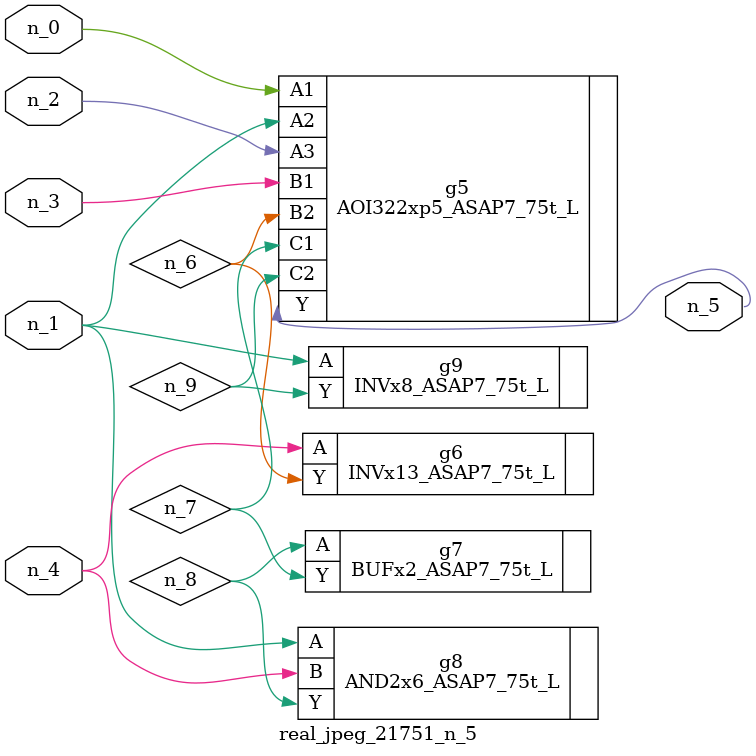
<source format=v>
module real_jpeg_21751_n_5 (n_4, n_0, n_1, n_2, n_3, n_5);

input n_4;
input n_0;
input n_1;
input n_2;
input n_3;

output n_5;

wire n_8;
wire n_6;
wire n_7;
wire n_9;

AOI322xp5_ASAP7_75t_L g5 ( 
.A1(n_0),
.A2(n_1),
.A3(n_2),
.B1(n_3),
.B2(n_6),
.C1(n_7),
.C2(n_9),
.Y(n_5)
);

AND2x6_ASAP7_75t_L g8 ( 
.A(n_1),
.B(n_4),
.Y(n_8)
);

INVx8_ASAP7_75t_L g9 ( 
.A(n_1),
.Y(n_9)
);

INVx13_ASAP7_75t_L g6 ( 
.A(n_4),
.Y(n_6)
);

BUFx2_ASAP7_75t_L g7 ( 
.A(n_8),
.Y(n_7)
);


endmodule
</source>
